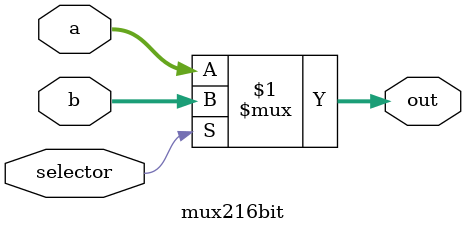
<source format=sv>
module mux216bit(
	input logic selector,
	input logic [15:0] a, b,
	output logic [15:0] out
);
	assign out = selector ? b : a;
endmodule
</source>
